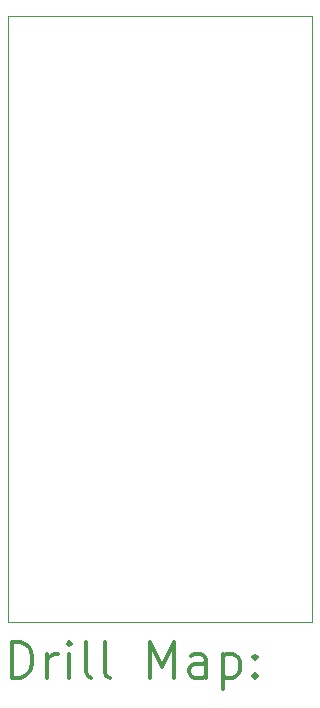
<source format=gbr>
%FSLAX45Y45*%
G04 Gerber Fmt 4.5, Leading zero omitted, Abs format (unit mm)*
G04 Created by KiCad (PCBNEW (5.1.5)-3) date 2020-08-12 10:23:54*
%MOMM*%
%LPD*%
G04 APERTURE LIST*
%TA.AperFunction,Profile*%
%ADD10C,0.010000*%
%TD*%
%ADD11C,0.200000*%
%ADD12C,0.300000*%
G04 APERTURE END LIST*
D10*
X5232400Y-7239000D02*
X5257800Y-7239000D01*
X5232400Y-2108200D02*
X5232400Y-7239000D01*
X7810500Y-2108200D02*
X5232400Y-2108200D01*
X5257800Y-7239000D02*
X7810500Y-7239000D01*
X7810500Y-2108200D02*
X7810500Y-7239000D01*
D11*
D12*
X5268829Y-7705214D02*
X5268829Y-7405214D01*
X5340257Y-7405214D01*
X5383114Y-7419500D01*
X5411686Y-7448071D01*
X5425971Y-7476643D01*
X5440257Y-7533786D01*
X5440257Y-7576643D01*
X5425971Y-7633786D01*
X5411686Y-7662357D01*
X5383114Y-7690929D01*
X5340257Y-7705214D01*
X5268829Y-7705214D01*
X5568829Y-7705214D02*
X5568829Y-7505214D01*
X5568829Y-7562357D02*
X5583114Y-7533786D01*
X5597400Y-7519500D01*
X5625971Y-7505214D01*
X5654543Y-7505214D01*
X5754543Y-7705214D02*
X5754543Y-7505214D01*
X5754543Y-7405214D02*
X5740257Y-7419500D01*
X5754543Y-7433786D01*
X5768828Y-7419500D01*
X5754543Y-7405214D01*
X5754543Y-7433786D01*
X5940257Y-7705214D02*
X5911686Y-7690929D01*
X5897400Y-7662357D01*
X5897400Y-7405214D01*
X6097400Y-7705214D02*
X6068828Y-7690929D01*
X6054543Y-7662357D01*
X6054543Y-7405214D01*
X6440257Y-7705214D02*
X6440257Y-7405214D01*
X6540257Y-7619500D01*
X6640257Y-7405214D01*
X6640257Y-7705214D01*
X6911686Y-7705214D02*
X6911686Y-7548071D01*
X6897400Y-7519500D01*
X6868828Y-7505214D01*
X6811686Y-7505214D01*
X6783114Y-7519500D01*
X6911686Y-7690929D02*
X6883114Y-7705214D01*
X6811686Y-7705214D01*
X6783114Y-7690929D01*
X6768828Y-7662357D01*
X6768828Y-7633786D01*
X6783114Y-7605214D01*
X6811686Y-7590929D01*
X6883114Y-7590929D01*
X6911686Y-7576643D01*
X7054543Y-7505214D02*
X7054543Y-7805214D01*
X7054543Y-7519500D02*
X7083114Y-7505214D01*
X7140257Y-7505214D01*
X7168828Y-7519500D01*
X7183114Y-7533786D01*
X7197400Y-7562357D01*
X7197400Y-7648071D01*
X7183114Y-7676643D01*
X7168828Y-7690929D01*
X7140257Y-7705214D01*
X7083114Y-7705214D01*
X7054543Y-7690929D01*
X7325971Y-7676643D02*
X7340257Y-7690929D01*
X7325971Y-7705214D01*
X7311686Y-7690929D01*
X7325971Y-7676643D01*
X7325971Y-7705214D01*
X7325971Y-7519500D02*
X7340257Y-7533786D01*
X7325971Y-7548071D01*
X7311686Y-7533786D01*
X7325971Y-7519500D01*
X7325971Y-7548071D01*
M02*

</source>
